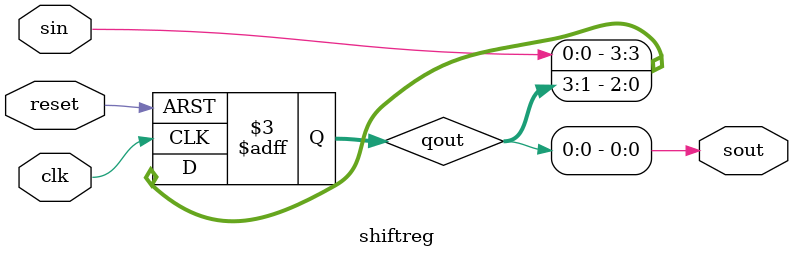
<source format=v>
module shiftreg(clk, reset, sin, sout);
	input clk, reset;
	input sin;		// serial in
	output sout;		// serial out
	reg [3:0] qout;
	
	assign sout = qout[0];		// LSB

	always @(posedge clk, negedge reset) begin
		if (reset==0) qout <= 0;
		else qout <= {sin, qout[3:1]};	// shift right
	end
endmodule

</source>
